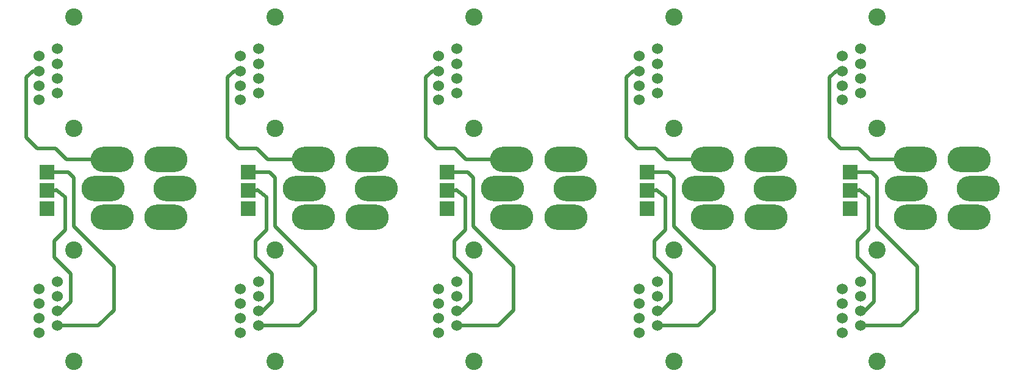
<source format=gbr>
%FSLAX23Y23*%
%MOIN*%
%ADD13O,0.23622X0.13780*%
%ADD14R,0.08000X0.08000*%
%ADD15C,0.01969*%
%ADD11C,0.06000*%
%ADD12C,0.09449*%
X000Y000D02*
D02*
D11*
X088Y368D03*
Y1643D03*
X088Y209D03*
Y1484D03*
X088Y449D03*
Y1724D03*
X088Y288D03*
Y1563D03*
X188Y328D03*
Y1603D03*
X188Y489D03*
Y1764D03*
X188Y408D03*
Y1683D03*
X188Y248D03*
Y1523D03*
X1188Y368D03*
Y1643D03*
X1188Y209D03*
Y1484D03*
X1188Y449D03*
Y1724D03*
X1188Y288D03*
Y1563D03*
X1288Y328D03*
Y1603D03*
X1288Y489D03*
Y1764D03*
X1288Y408D03*
Y1683D03*
X1288Y248D03*
Y1523D03*
X2273Y368D03*
Y1643D03*
X2273Y209D03*
Y1484D03*
X2273Y449D03*
Y1724D03*
X2273Y288D03*
Y1563D03*
X2373Y328D03*
Y1603D03*
X2373Y489D03*
Y1764D03*
X2373Y408D03*
Y1683D03*
X2373Y248D03*
Y1523D03*
X3368Y368D03*
Y1643D03*
X3368Y209D03*
Y1484D03*
X3368Y449D03*
Y1724D03*
X3368Y288D03*
Y1563D03*
X3468Y328D03*
Y1603D03*
X3468Y489D03*
Y1764D03*
X3468Y408D03*
Y1683D03*
X3468Y248D03*
Y1523D03*
X4478Y368D03*
Y1643D03*
X4478Y209D03*
Y1484D03*
X4478Y449D03*
Y1724D03*
X4478Y288D03*
Y1563D03*
X4578Y328D03*
Y1603D03*
X4578Y489D03*
Y1764D03*
X4578Y408D03*
Y1683D03*
X4578Y248D03*
Y1523D03*
D02*
D12*
X279Y052D03*
Y662D03*
Y1327D03*
Y1937D03*
X1379Y052D03*
Y662D03*
Y1327D03*
Y1937D03*
X2464Y052D03*
Y662D03*
Y1327D03*
Y1937D03*
X3559Y052D03*
Y662D03*
Y1327D03*
Y1937D03*
X4669Y052D03*
Y662D03*
Y1327D03*
Y1937D03*
D02*
D13*
X438Y997D03*
X488Y1157D03*
X488Y842D03*
X783Y842D03*
Y1157D03*
X832Y998D03*
X1538Y997D03*
X1588Y1157D03*
X1588Y842D03*
X1883Y842D03*
Y1157D03*
X1932Y998D03*
X2623Y997D03*
X2673Y1157D03*
X2673Y842D03*
X2968Y842D03*
Y1157D03*
X3017Y998D03*
X3718Y997D03*
X3768Y1157D03*
X3768Y842D03*
X4063Y842D03*
Y1157D03*
X4112Y998D03*
X4828Y997D03*
X4878Y1157D03*
X4878Y842D03*
X5173Y842D03*
Y1157D03*
X5222Y998D03*
D02*
D14*
X133Y887D03*
Y988D03*
Y1087D03*
X1233Y887D03*
Y988D03*
Y1087D03*
X2318Y887D03*
Y988D03*
Y1087D03*
X3413Y887D03*
Y988D03*
Y1087D03*
X4523Y887D03*
Y988D03*
Y1087D03*
D02*
D15*
X088Y1643D02*
X054D01*
X018Y1607*
Y1278*
X078Y1218*
X178*
X238Y1158*
X488Y1157*
X133Y988D02*
X183Y988D01*
Y993*
X233Y953*
Y772*
X173Y713*
Y623*
X263Y532*
Y378*
X213Y328*
X188Y328*
X133Y1087D02*
X248D01*
X278Y1058*
Y792*
X498Y573*
Y333*
X413Y248*
X183*
X188Y248*
X1188Y1643D02*
X1154D01*
X1118Y1607*
Y1278*
X1178Y1218*
X1278*
X1338Y1158*
X1588Y1157*
X1233Y988D02*
X1283Y988D01*
Y993*
X1333Y953*
Y772*
X1273Y713*
Y623*
X1363Y532*
Y378*
X1313Y328*
X1288Y328*
X1233Y1087D02*
X1348D01*
X1378Y1058*
Y792*
X1598Y573*
Y333*
X1513Y248*
X1283*
X1288Y248*
X2273Y1643D02*
X2239D01*
X2203Y1607*
Y1278*
X2263Y1218*
X2363*
X2423Y1158*
X2673Y1157*
X2318Y988D02*
X2368Y988D01*
Y993*
X2418Y953*
Y772*
X2358Y713*
Y623*
X2448Y532*
Y378*
X2398Y328*
X2373Y328*
X2318Y1087D02*
X2433D01*
X2463Y1058*
Y792*
X2683Y573*
Y333*
X2598Y248*
X2368*
X2373Y248*
X3368Y1643D02*
X3334D01*
X3298Y1607*
Y1278*
X3358Y1218*
X3458*
X3518Y1158*
X3768Y1157*
X3413Y988D02*
X3463Y988D01*
Y993*
X3513Y953*
Y772*
X3453Y713*
Y623*
X3543Y532*
Y378*
X3493Y328*
X3468Y328*
X3413Y1087D02*
X3528D01*
X3558Y1058*
Y792*
X3778Y573*
Y333*
X3693Y248*
X3463*
X3468Y248*
X4478Y1643D02*
X4444D01*
X4408Y1607*
Y1278*
X4468Y1218*
X4568*
X4628Y1158*
X4878Y1157*
X4523Y988D02*
X4573Y988D01*
Y993*
X4623Y953*
Y772*
X4563Y713*
Y623*
X4653Y532*
Y378*
X4603Y328*
X4578Y328*
X4523Y1087D02*
X4638D01*
X4668Y1058*
Y792*
X4888Y573*
Y333*
X4803Y248*
X4573*
X4578Y248*
X000Y000D02*
M02*

</source>
